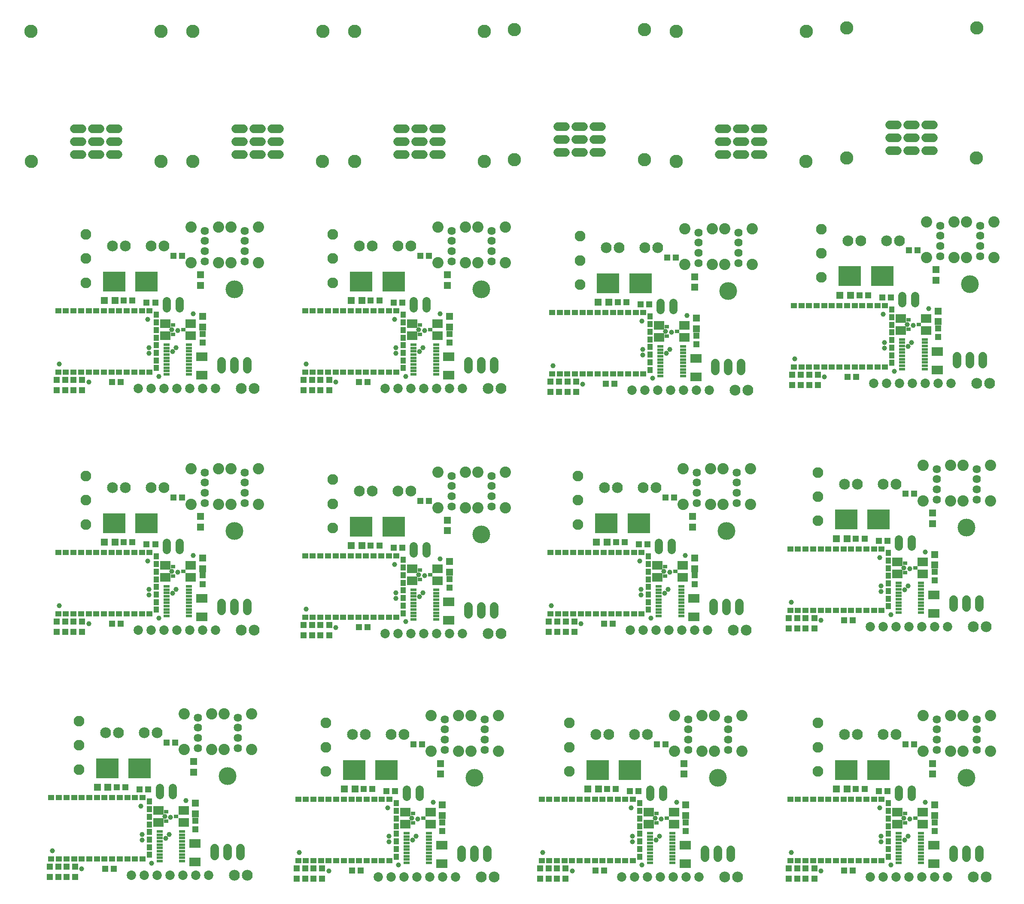
<source format=gts>
G75*
G70*
%OFA0B0*%
%FSLAX24Y24*%
%IPPOS*%
%LPD*%
G04 *
G04 macro definitions for tiled file 'solderStiched.GTS':*
G04 *
%AMOC8*
5,1,8,0,0,1.08239X$1,22.5*
%
G04 *
G04 aperture list for tiled file 'solderStiched.GTS':*
G04 *
%ADD15R,0.0513X0.0474*%
%ADD26R,0.0907X0.0671*%
%ADD20R,0.0474X0.0198*%
%ADD28C,0.0390*%
%ADD25R,0.1749X0.1580*%
%ADD14R,0.0552X0.0552*%
%ADD13C,0.1380*%
%ADD16R,0.0474X0.0513*%
%ADD27C,0.0830*%
%ADD29C,0.1030*%
%ADD24R,0.0789X0.0690*%
%ADD18R,0.0474X0.0434*%
%ADD21C,0.0875*%
%ADD11C,0.0730*%
%ADD19C,0.0640*%
%ADD23R,0.0356X0.0316*%
%ADD12C,0.0680*%
%ADD10C,0.0840*%
%ADD17R,0.0434X0.0474*%
G04 *
G04 next data from source file './adknbcopyanothercopy/top_soldermask.GTS', *
G04 source file key is 'infile_0003'. *
G04 *
D10*
X055365Y004940D03*
X056365Y004940D03*
X049365Y016020D03*
X048365Y016020D03*
X046365Y016020D03*
X045365Y016020D03*
D11*
X047365Y004940D03*
X048365Y004940D03*
X049365Y004940D03*
X050365Y004940D03*
X051365Y004940D03*
X052365Y004940D03*
X053365Y004940D03*
D12*
X053845Y006450D02*
X053845Y007050D01*
X054845Y007050D02*
X054845Y006450D01*
X055845Y006450D02*
X055845Y007050D01*
D13*
X054845Y012650D03*
D14*
X052215Y012937D03*
X052215Y013763D03*
X052355Y010553D03*
X052355Y009727D03*
X045558Y011790D03*
X044732Y011790D03*
D15*
X052355Y009195D03*
X052355Y008525D03*
D16*
X041030Y004800D03*
X041700Y004800D03*
X042350Y004800D03*
X043020Y004800D03*
X043020Y005610D03*
X042350Y005610D03*
X041700Y005610D03*
X041030Y005610D03*
X045340Y005450D03*
X046010Y005450D03*
X048020Y011600D03*
X048690Y011600D03*
X046920Y011790D03*
X046250Y011790D03*
X050110Y015260D03*
X050780Y015260D03*
D17*
X048773Y010665D03*
X048773Y010074D03*
X048773Y009484D03*
X048773Y008893D03*
X048773Y008303D03*
X048773Y007712D03*
X048773Y007121D03*
X048773Y006531D03*
D18*
X048246Y006208D03*
X047655Y006208D03*
X047064Y006208D03*
X046474Y006208D03*
X045883Y006208D03*
X045293Y006208D03*
X044702Y006208D03*
X044112Y006208D03*
X043521Y006208D03*
X042931Y006208D03*
X042340Y006208D03*
X041749Y006208D03*
X041159Y006208D03*
X041159Y010972D03*
X041749Y010972D03*
X042340Y010972D03*
X042931Y010972D03*
X043521Y010972D03*
X044112Y010972D03*
X044702Y010972D03*
X045293Y010972D03*
X045883Y010972D03*
X046474Y010972D03*
X047064Y010972D03*
X047655Y010972D03*
X048246Y010972D03*
D19*
X049575Y011190D02*
X049575Y011750D01*
X050575Y011750D02*
X050575Y011190D01*
D20*
X051317Y008350D03*
X051317Y008094D03*
X051317Y007838D03*
X051317Y007582D03*
X051317Y007326D03*
X051317Y007070D03*
X051317Y006815D03*
X051317Y006559D03*
X051317Y006303D03*
X051317Y006047D03*
X049565Y006047D03*
X049565Y006303D03*
X049565Y006559D03*
X049565Y006815D03*
X049565Y007070D03*
X049565Y007326D03*
X049565Y007582D03*
X049565Y007838D03*
X049565Y008094D03*
X049565Y008350D03*
D21*
X051465Y014720D03*
X053605Y014720D03*
X054565Y014720D03*
X056705Y014720D03*
X056705Y017480D03*
X054565Y017480D03*
X053605Y017480D03*
X051465Y017480D03*
D19*
X052535Y017190D03*
X052535Y016400D03*
X052535Y015610D03*
X052535Y014820D03*
X055635Y014820D03*
X055635Y015610D03*
X055635Y016400D03*
X055635Y017190D03*
D23*
X050071Y009884D03*
X050071Y009136D03*
X050859Y009510D03*
D24*
X051445Y009047D03*
X051445Y009973D03*
X049465Y009973D03*
X049465Y009047D03*
D25*
X048017Y013260D03*
X045505Y013260D03*
D26*
X052315Y007399D03*
X052315Y005981D03*
D27*
X043315Y013160D03*
X043315Y015030D03*
X043315Y016900D03*
D28*
X048115Y010320D03*
X049975Y009510D03*
X050425Y009450D03*
X050305Y008100D03*
X050035Y007800D03*
X048205Y007680D03*
X048205Y008100D03*
X048955Y005880D03*
X043525Y005430D03*
X041245Y006840D03*
X051625Y010740D03*
G04 *
G04 next data from source file './adknbcopy3rdcopy/top_soldermask.GTS', *
G04 source file key is 'infile_0010'. *
G04 *
D10*
X074670Y004940D03*
X075670Y004940D03*
X068670Y016020D03*
X067670Y016020D03*
X065670Y016020D03*
X064670Y016020D03*
D11*
X066670Y004940D03*
X067670Y004940D03*
X068670Y004940D03*
X069670Y004940D03*
X070670Y004940D03*
X071670Y004940D03*
X072670Y004940D03*
D12*
X073150Y006450D02*
X073150Y007050D01*
X074150Y007050D02*
X074150Y006450D01*
X075150Y006450D02*
X075150Y007050D01*
D13*
X074150Y012650D03*
D14*
X071520Y012937D03*
X071520Y013763D03*
X071660Y010553D03*
X071660Y009727D03*
X064863Y011790D03*
X064037Y011790D03*
D15*
X071660Y009195D03*
X071660Y008525D03*
D16*
X060335Y004800D03*
X061005Y004800D03*
X061655Y004800D03*
X062325Y004800D03*
X062325Y005610D03*
X061655Y005610D03*
X061005Y005610D03*
X060335Y005610D03*
X064645Y005450D03*
X065315Y005450D03*
X067325Y011600D03*
X067995Y011600D03*
X066225Y011790D03*
X065555Y011790D03*
X069415Y015260D03*
X070085Y015260D03*
D17*
X068078Y010665D03*
X068078Y010074D03*
X068078Y009484D03*
X068078Y008893D03*
X068078Y008303D03*
X068078Y007712D03*
X068078Y007121D03*
X068078Y006531D03*
D18*
X067551Y006208D03*
X066960Y006208D03*
X066369Y006208D03*
X065779Y006208D03*
X065188Y006208D03*
X064598Y006208D03*
X064007Y006208D03*
X063417Y006208D03*
X062826Y006208D03*
X062236Y006208D03*
X061645Y006208D03*
X061054Y006208D03*
X060464Y006208D03*
X060464Y010972D03*
X061054Y010972D03*
X061645Y010972D03*
X062236Y010972D03*
X062826Y010972D03*
X063417Y010972D03*
X064007Y010972D03*
X064598Y010972D03*
X065188Y010972D03*
X065779Y010972D03*
X066369Y010972D03*
X066960Y010972D03*
X067551Y010972D03*
D19*
X068880Y011190D02*
X068880Y011750D01*
X069880Y011750D02*
X069880Y011190D01*
D20*
X070622Y008350D03*
X070622Y008094D03*
X070622Y007838D03*
X070622Y007582D03*
X070622Y007326D03*
X070622Y007070D03*
X070622Y006815D03*
X070622Y006559D03*
X070622Y006303D03*
X070622Y006047D03*
X068870Y006047D03*
X068870Y006303D03*
X068870Y006559D03*
X068870Y006815D03*
X068870Y007070D03*
X068870Y007326D03*
X068870Y007582D03*
X068870Y007838D03*
X068870Y008094D03*
X068870Y008350D03*
D21*
X070770Y014720D03*
X072910Y014720D03*
X073870Y014720D03*
X076010Y014720D03*
X076010Y017480D03*
X073870Y017480D03*
X072910Y017480D03*
X070770Y017480D03*
D19*
X071840Y017190D03*
X071840Y016400D03*
X071840Y015610D03*
X071840Y014820D03*
X074940Y014820D03*
X074940Y015610D03*
X074940Y016400D03*
X074940Y017190D03*
D23*
X069376Y009884D03*
X069376Y009136D03*
X070164Y009510D03*
D24*
X070750Y009047D03*
X070750Y009973D03*
X068770Y009973D03*
X068770Y009047D03*
D25*
X067322Y013260D03*
X064810Y013260D03*
D26*
X071620Y007399D03*
X071620Y005981D03*
D27*
X062620Y013160D03*
X062620Y015030D03*
X062620Y016900D03*
D28*
X067420Y010320D03*
X069280Y009510D03*
X069730Y009450D03*
X069610Y008100D03*
X069340Y007800D03*
X067510Y007680D03*
X067510Y008100D03*
X068260Y005880D03*
X062830Y005430D03*
X060550Y006840D03*
X070930Y010740D03*
G04 *
G04 next data from source file './magencodercopy3rdcopy/top_soldermask.GTS', *
G04 source file key is 'infile_0008'. *
G04 *
D29*
X026635Y060524D03*
X036706Y060525D03*
X036722Y070601D03*
X026625Y070611D03*
D12*
X029977Y063064D02*
X030577Y063064D01*
X031377Y063064D02*
X031977Y063064D01*
X032777Y063064D02*
X033377Y063064D01*
X033377Y062064D02*
X032777Y062064D01*
X031977Y062064D02*
X031377Y062064D01*
X030577Y062064D02*
X029977Y062064D01*
X029977Y061064D02*
X030577Y061064D01*
X031377Y061064D02*
X031977Y061064D01*
X032777Y061064D02*
X033377Y061064D01*
G04 *
G04 next data from source file './adknbanothercopy/top_soldermask.GTS', *
G04 source file key is 'infile_0007'. *
G04 *
D10*
X074670Y024380D03*
X075670Y024380D03*
X068670Y035460D03*
X067670Y035460D03*
X065670Y035460D03*
X064670Y035460D03*
D11*
X066670Y024380D03*
X067670Y024380D03*
X068670Y024380D03*
X069670Y024380D03*
X070670Y024380D03*
X071670Y024380D03*
X072670Y024380D03*
D12*
X073150Y025890D02*
X073150Y026490D01*
X074150Y026490D02*
X074150Y025890D01*
X075150Y025890D02*
X075150Y026490D01*
D13*
X074150Y032090D03*
D14*
X071520Y032377D03*
X071520Y033203D03*
X071660Y029993D03*
X071660Y029167D03*
X064863Y031230D03*
X064037Y031230D03*
D15*
X071660Y028635D03*
X071660Y027965D03*
D16*
X060335Y024240D03*
X061005Y024240D03*
X061655Y024240D03*
X062325Y024240D03*
X062325Y025050D03*
X061655Y025050D03*
X061005Y025050D03*
X060335Y025050D03*
X064645Y024890D03*
X065315Y024890D03*
X067325Y031040D03*
X067995Y031040D03*
X066225Y031230D03*
X065555Y031230D03*
X069415Y034700D03*
X070085Y034700D03*
D17*
X068078Y030105D03*
X068078Y029514D03*
X068078Y028924D03*
X068078Y028333D03*
X068078Y027743D03*
X068078Y027152D03*
X068078Y026561D03*
X068078Y025971D03*
D18*
X067551Y025648D03*
X066960Y025648D03*
X066369Y025648D03*
X065779Y025648D03*
X065188Y025648D03*
X064598Y025648D03*
X064007Y025648D03*
X063417Y025648D03*
X062826Y025648D03*
X062236Y025648D03*
X061645Y025648D03*
X061054Y025648D03*
X060464Y025648D03*
X060464Y030412D03*
X061054Y030412D03*
X061645Y030412D03*
X062236Y030412D03*
X062826Y030412D03*
X063417Y030412D03*
X064007Y030412D03*
X064598Y030412D03*
X065188Y030412D03*
X065779Y030412D03*
X066369Y030412D03*
X066960Y030412D03*
X067551Y030412D03*
D19*
X068880Y030630D02*
X068880Y031190D01*
X069880Y031190D02*
X069880Y030630D01*
D20*
X070622Y027790D03*
X070622Y027534D03*
X070622Y027278D03*
X070622Y027022D03*
X070622Y026766D03*
X070622Y026510D03*
X070622Y026255D03*
X070622Y025999D03*
X070622Y025743D03*
X070622Y025487D03*
X068870Y025487D03*
X068870Y025743D03*
X068870Y025999D03*
X068870Y026255D03*
X068870Y026510D03*
X068870Y026766D03*
X068870Y027022D03*
X068870Y027278D03*
X068870Y027534D03*
X068870Y027790D03*
D21*
X070770Y034160D03*
X072910Y034160D03*
X073870Y034160D03*
X076010Y034160D03*
X076010Y036920D03*
X073870Y036920D03*
X072910Y036920D03*
X070770Y036920D03*
D19*
X071840Y036630D03*
X071840Y035840D03*
X071840Y035050D03*
X071840Y034260D03*
X074940Y034260D03*
X074940Y035050D03*
X074940Y035840D03*
X074940Y036630D03*
D23*
X069376Y029324D03*
X069376Y028576D03*
X070164Y028950D03*
D24*
X070750Y028487D03*
X070750Y029413D03*
X068770Y029413D03*
X068770Y028487D03*
D25*
X067322Y032700D03*
X064810Y032700D03*
D26*
X071620Y026839D03*
X071620Y025421D03*
D27*
X062620Y032600D03*
X062620Y034470D03*
X062620Y036340D03*
D28*
X067420Y029760D03*
X069280Y028950D03*
X069730Y028890D03*
X069610Y027540D03*
X069340Y027240D03*
X067510Y027120D03*
X067510Y027540D03*
X068260Y025320D03*
X062830Y024870D03*
X060550Y026280D03*
X070930Y030180D03*
G04 *
G04 next data from source file './magencodercopyanothercopy/top_soldermask.GTS', *
G04 source file key is 'infile_0017'. *
G04 *
D29*
X001525Y060524D03*
X011596Y060525D03*
X011612Y070601D03*
X001515Y070611D03*
D12*
X004867Y063064D02*
X005467Y063064D01*
X006267Y063064D02*
X006867Y063064D01*
X007667Y063064D02*
X008267Y063064D01*
X008267Y062064D02*
X007667Y062064D01*
X006867Y062064D02*
X006267Y062064D01*
X005467Y062064D02*
X004867Y062064D01*
X004867Y061064D02*
X005467Y061064D01*
X006267Y061064D02*
X006867Y061064D01*
X007667Y061064D02*
X008267Y061064D01*
G04 *
G04 next data from source file './adknb/top_soldermask.GTS', *
G04 source file key is 'infile_0004'. *
G04 *
D10*
X036465Y004940D03*
X037465Y004940D03*
X030465Y016020D03*
X029465Y016020D03*
X027465Y016020D03*
X026465Y016020D03*
D11*
X028465Y004940D03*
X029465Y004940D03*
X030465Y004940D03*
X031465Y004940D03*
X032465Y004940D03*
X033465Y004940D03*
X034465Y004940D03*
D12*
X034945Y006450D02*
X034945Y007050D01*
X035945Y007050D02*
X035945Y006450D01*
X036945Y006450D02*
X036945Y007050D01*
D13*
X035945Y012650D03*
D14*
X033315Y012937D03*
X033315Y013763D03*
X033455Y010553D03*
X033455Y009727D03*
X026658Y011790D03*
X025832Y011790D03*
D15*
X033455Y009195D03*
X033455Y008525D03*
D16*
X022130Y004800D03*
X022800Y004800D03*
X023450Y004800D03*
X024120Y004800D03*
X024120Y005610D03*
X023450Y005610D03*
X022800Y005610D03*
X022130Y005610D03*
X026440Y005450D03*
X027110Y005450D03*
X029120Y011600D03*
X029790Y011600D03*
X028020Y011790D03*
X027350Y011790D03*
X031210Y015260D03*
X031880Y015260D03*
D17*
X029873Y010665D03*
X029873Y010074D03*
X029873Y009484D03*
X029873Y008893D03*
X029873Y008303D03*
X029873Y007712D03*
X029873Y007121D03*
X029873Y006531D03*
D18*
X029346Y006208D03*
X028755Y006208D03*
X028164Y006208D03*
X027574Y006208D03*
X026983Y006208D03*
X026393Y006208D03*
X025802Y006208D03*
X025212Y006208D03*
X024621Y006208D03*
X024031Y006208D03*
X023440Y006208D03*
X022849Y006208D03*
X022259Y006208D03*
X022259Y010972D03*
X022849Y010972D03*
X023440Y010972D03*
X024031Y010972D03*
X024621Y010972D03*
X025212Y010972D03*
X025802Y010972D03*
X026393Y010972D03*
X026983Y010972D03*
X027574Y010972D03*
X028164Y010972D03*
X028755Y010972D03*
X029346Y010972D03*
D19*
X030675Y011190D02*
X030675Y011750D01*
X031675Y011750D02*
X031675Y011190D01*
D20*
X032417Y008350D03*
X032417Y008094D03*
X032417Y007838D03*
X032417Y007582D03*
X032417Y007326D03*
X032417Y007070D03*
X032417Y006815D03*
X032417Y006559D03*
X032417Y006303D03*
X032417Y006047D03*
X030665Y006047D03*
X030665Y006303D03*
X030665Y006559D03*
X030665Y006815D03*
X030665Y007070D03*
X030665Y007326D03*
X030665Y007582D03*
X030665Y007838D03*
X030665Y008094D03*
X030665Y008350D03*
D21*
X032565Y014720D03*
X034705Y014720D03*
X035665Y014720D03*
X037805Y014720D03*
X037805Y017480D03*
X035665Y017480D03*
X034705Y017480D03*
X032565Y017480D03*
D19*
X033635Y017190D03*
X033635Y016400D03*
X033635Y015610D03*
X033635Y014820D03*
X036735Y014820D03*
X036735Y015610D03*
X036735Y016400D03*
X036735Y017190D03*
D23*
X031171Y009884D03*
X031171Y009136D03*
X031959Y009510D03*
D24*
X032545Y009047D03*
X032545Y009973D03*
X030565Y009973D03*
X030565Y009047D03*
D25*
X029117Y013260D03*
X026605Y013260D03*
D26*
X033415Y007399D03*
X033415Y005981D03*
D27*
X024415Y013160D03*
X024415Y015030D03*
X024415Y016900D03*
D28*
X029215Y010320D03*
X031075Y009510D03*
X031525Y009450D03*
X031405Y008100D03*
X031135Y007800D03*
X029305Y007680D03*
X029305Y008100D03*
X030055Y005880D03*
X024625Y005430D03*
X022345Y006840D03*
X032725Y010740D03*
G04 *
G04 next data from source file './adknbanothercopy3rdcopy/top_soldermask.GTS', *
G04 source file key is 'infile_0018'. *
G04 *
D10*
X037005Y042875D03*
X038005Y042875D03*
X031005Y053955D03*
X030005Y053955D03*
X028005Y053955D03*
X027005Y053955D03*
D11*
X029005Y042875D03*
X030005Y042875D03*
X031005Y042875D03*
X032005Y042875D03*
X033005Y042875D03*
X034005Y042875D03*
X035005Y042875D03*
D12*
X035485Y044385D02*
X035485Y044985D01*
X036485Y044985D02*
X036485Y044385D01*
X037485Y044385D02*
X037485Y044985D01*
D13*
X036485Y050585D03*
D14*
X033855Y050872D03*
X033855Y051698D03*
X033995Y048488D03*
X033995Y047662D03*
X027198Y049725D03*
X026372Y049725D03*
D15*
X033995Y047130D03*
X033995Y046460D03*
D16*
X022670Y042735D03*
X023340Y042735D03*
X023990Y042735D03*
X024660Y042735D03*
X024660Y043545D03*
X023990Y043545D03*
X023340Y043545D03*
X022670Y043545D03*
X026980Y043385D03*
X027650Y043385D03*
X029660Y049535D03*
X030330Y049535D03*
X028560Y049725D03*
X027890Y049725D03*
X031750Y053195D03*
X032420Y053195D03*
D17*
X030413Y048600D03*
X030413Y048009D03*
X030413Y047419D03*
X030413Y046828D03*
X030413Y046238D03*
X030413Y045647D03*
X030413Y045056D03*
X030413Y044466D03*
D18*
X029886Y044143D03*
X029295Y044143D03*
X028704Y044143D03*
X028114Y044143D03*
X027523Y044143D03*
X026933Y044143D03*
X026342Y044143D03*
X025752Y044143D03*
X025161Y044143D03*
X024571Y044143D03*
X023980Y044143D03*
X023389Y044143D03*
X022799Y044143D03*
X022799Y048907D03*
X023389Y048907D03*
X023980Y048907D03*
X024571Y048907D03*
X025161Y048907D03*
X025752Y048907D03*
X026342Y048907D03*
X026933Y048907D03*
X027523Y048907D03*
X028114Y048907D03*
X028704Y048907D03*
X029295Y048907D03*
X029886Y048907D03*
D19*
X031215Y049125D02*
X031215Y049685D01*
X032215Y049685D02*
X032215Y049125D01*
D20*
X032957Y046285D03*
X032957Y046029D03*
X032957Y045773D03*
X032957Y045517D03*
X032957Y045261D03*
X032957Y045005D03*
X032957Y044750D03*
X032957Y044494D03*
X032957Y044238D03*
X032957Y043982D03*
X031205Y043982D03*
X031205Y044238D03*
X031205Y044494D03*
X031205Y044750D03*
X031205Y045005D03*
X031205Y045261D03*
X031205Y045517D03*
X031205Y045773D03*
X031205Y046029D03*
X031205Y046285D03*
D21*
X033105Y052655D03*
X035245Y052655D03*
X036205Y052655D03*
X038345Y052655D03*
X038345Y055415D03*
X036205Y055415D03*
X035245Y055415D03*
X033105Y055415D03*
D19*
X034175Y055125D03*
X034175Y054335D03*
X034175Y053545D03*
X034175Y052755D03*
X037275Y052755D03*
X037275Y053545D03*
X037275Y054335D03*
X037275Y055125D03*
D23*
X031711Y047819D03*
X031711Y047071D03*
X032499Y047445D03*
D24*
X033085Y046982D03*
X033085Y047908D03*
X031105Y047908D03*
X031105Y046982D03*
D25*
X029657Y051195D03*
X027145Y051195D03*
D26*
X033955Y045334D03*
X033955Y043916D03*
D27*
X024955Y051095D03*
X024955Y052965D03*
X024955Y054835D03*
D28*
X029755Y048255D03*
X031615Y047445D03*
X032065Y047385D03*
X031945Y046035D03*
X031675Y045735D03*
X029845Y045615D03*
X029845Y046035D03*
X030595Y043815D03*
X025165Y043365D03*
X022885Y044775D03*
X033265Y048675D03*
G04 *
G04 next data from source file './adknbcopycopy/top_soldermask.GTS', *
G04 source file key is 'infile_0012'. *
G04 *
D10*
X017835Y024110D03*
X018835Y024110D03*
X011835Y035190D03*
X010835Y035190D03*
X008835Y035190D03*
X007835Y035190D03*
D11*
X009835Y024110D03*
X010835Y024110D03*
X011835Y024110D03*
X012835Y024110D03*
X013835Y024110D03*
X014835Y024110D03*
X015835Y024110D03*
D12*
X016315Y025620D02*
X016315Y026220D01*
X017315Y026220D02*
X017315Y025620D01*
X018315Y025620D02*
X018315Y026220D01*
D13*
X017315Y031820D03*
D14*
X014685Y032107D03*
X014685Y032933D03*
X014825Y029723D03*
X014825Y028897D03*
X008028Y030960D03*
X007202Y030960D03*
D15*
X014825Y028365D03*
X014825Y027695D03*
D16*
X003500Y023970D03*
X004170Y023970D03*
X004820Y023970D03*
X005490Y023970D03*
X005490Y024780D03*
X004820Y024780D03*
X004170Y024780D03*
X003500Y024780D03*
X007810Y024620D03*
X008480Y024620D03*
X010490Y030770D03*
X011160Y030770D03*
X009390Y030960D03*
X008720Y030960D03*
X012580Y034430D03*
X013250Y034430D03*
D17*
X011243Y029835D03*
X011243Y029244D03*
X011243Y028654D03*
X011243Y028063D03*
X011243Y027473D03*
X011243Y026882D03*
X011243Y026291D03*
X011243Y025701D03*
D18*
X010716Y025378D03*
X010125Y025378D03*
X009534Y025378D03*
X008944Y025378D03*
X008353Y025378D03*
X007763Y025378D03*
X007172Y025378D03*
X006582Y025378D03*
X005991Y025378D03*
X005401Y025378D03*
X004810Y025378D03*
X004219Y025378D03*
X003629Y025378D03*
X003629Y030142D03*
X004219Y030142D03*
X004810Y030142D03*
X005401Y030142D03*
X005991Y030142D03*
X006582Y030142D03*
X007172Y030142D03*
X007763Y030142D03*
X008353Y030142D03*
X008944Y030142D03*
X009534Y030142D03*
X010125Y030142D03*
X010716Y030142D03*
D19*
X012045Y030360D02*
X012045Y030920D01*
X013045Y030920D02*
X013045Y030360D01*
D20*
X013787Y027520D03*
X013787Y027264D03*
X013787Y027008D03*
X013787Y026752D03*
X013787Y026496D03*
X013787Y026240D03*
X013787Y025985D03*
X013787Y025729D03*
X013787Y025473D03*
X013787Y025217D03*
X012035Y025217D03*
X012035Y025473D03*
X012035Y025729D03*
X012035Y025985D03*
X012035Y026240D03*
X012035Y026496D03*
X012035Y026752D03*
X012035Y027008D03*
X012035Y027264D03*
X012035Y027520D03*
D21*
X013935Y033890D03*
X016075Y033890D03*
X017035Y033890D03*
X019175Y033890D03*
X019175Y036650D03*
X017035Y036650D03*
X016075Y036650D03*
X013935Y036650D03*
D19*
X015005Y036360D03*
X015005Y035570D03*
X015005Y034780D03*
X015005Y033990D03*
X018105Y033990D03*
X018105Y034780D03*
X018105Y035570D03*
X018105Y036360D03*
D23*
X012541Y029054D03*
X012541Y028306D03*
X013329Y028680D03*
D24*
X013915Y028217D03*
X013915Y029143D03*
X011935Y029143D03*
X011935Y028217D03*
D25*
X010487Y032430D03*
X007975Y032430D03*
D26*
X014785Y026569D03*
X014785Y025151D03*
D27*
X005785Y032330D03*
X005785Y034200D03*
X005785Y036070D03*
D28*
X010585Y029490D03*
X012445Y028680D03*
X012895Y028620D03*
X012775Y027270D03*
X012505Y026970D03*
X010675Y026850D03*
X010675Y027270D03*
X011425Y025050D03*
X005995Y024600D03*
X003715Y026010D03*
X014095Y029910D03*
G04 *
G04 next data from source file './magencodercopy/top_soldermask.GTS', *
G04 source file key is 'infile_0002'. *
G04 *
D29*
X039055Y060659D03*
X049126Y060660D03*
X049142Y070736D03*
X039045Y070746D03*
D12*
X042397Y063199D02*
X042997Y063199D01*
X043797Y063199D02*
X044397Y063199D01*
X045197Y063199D02*
X045797Y063199D01*
X045797Y062199D02*
X045197Y062199D01*
X044397Y062199D02*
X043797Y062199D01*
X042997Y062199D02*
X042397Y062199D01*
X042397Y061199D02*
X042997Y061199D01*
X043797Y061199D02*
X044397Y061199D01*
X045197Y061199D02*
X045797Y061199D01*
G04 *
G04 next data from source file './adknbanothercopyanothercopy/top_soldermask.GTS', *
G04 source file key is 'infile_0013'. *
G04 *
D10*
X037005Y023840D03*
X038005Y023840D03*
X031005Y034920D03*
X030005Y034920D03*
X028005Y034920D03*
X027005Y034920D03*
D11*
X029005Y023840D03*
X030005Y023840D03*
X031005Y023840D03*
X032005Y023840D03*
X033005Y023840D03*
X034005Y023840D03*
X035005Y023840D03*
D12*
X035485Y025350D02*
X035485Y025950D01*
X036485Y025950D02*
X036485Y025350D01*
X037485Y025350D02*
X037485Y025950D01*
D13*
X036485Y031550D03*
D14*
X033855Y031837D03*
X033855Y032663D03*
X033995Y029453D03*
X033995Y028627D03*
X027198Y030690D03*
X026372Y030690D03*
D15*
X033995Y028095D03*
X033995Y027425D03*
D16*
X022670Y023700D03*
X023340Y023700D03*
X023990Y023700D03*
X024660Y023700D03*
X024660Y024510D03*
X023990Y024510D03*
X023340Y024510D03*
X022670Y024510D03*
X026980Y024350D03*
X027650Y024350D03*
X029660Y030500D03*
X030330Y030500D03*
X028560Y030690D03*
X027890Y030690D03*
X031750Y034160D03*
X032420Y034160D03*
D17*
X030413Y029565D03*
X030413Y028974D03*
X030413Y028384D03*
X030413Y027793D03*
X030413Y027203D03*
X030413Y026612D03*
X030413Y026021D03*
X030413Y025431D03*
D18*
X029886Y025108D03*
X029295Y025108D03*
X028704Y025108D03*
X028114Y025108D03*
X027523Y025108D03*
X026933Y025108D03*
X026342Y025108D03*
X025752Y025108D03*
X025161Y025108D03*
X024571Y025108D03*
X023980Y025108D03*
X023389Y025108D03*
X022799Y025108D03*
X022799Y029872D03*
X023389Y029872D03*
X023980Y029872D03*
X024571Y029872D03*
X025161Y029872D03*
X025752Y029872D03*
X026342Y029872D03*
X026933Y029872D03*
X027523Y029872D03*
X028114Y029872D03*
X028704Y029872D03*
X029295Y029872D03*
X029886Y029872D03*
D19*
X031215Y030090D02*
X031215Y030650D01*
X032215Y030650D02*
X032215Y030090D01*
D20*
X032957Y027250D03*
X032957Y026994D03*
X032957Y026738D03*
X032957Y026482D03*
X032957Y026226D03*
X032957Y025970D03*
X032957Y025715D03*
X032957Y025459D03*
X032957Y025203D03*
X032957Y024947D03*
X031205Y024947D03*
X031205Y025203D03*
X031205Y025459D03*
X031205Y025715D03*
X031205Y025970D03*
X031205Y026226D03*
X031205Y026482D03*
X031205Y026738D03*
X031205Y026994D03*
X031205Y027250D03*
D21*
X033105Y033620D03*
X035245Y033620D03*
X036205Y033620D03*
X038345Y033620D03*
X038345Y036380D03*
X036205Y036380D03*
X035245Y036380D03*
X033105Y036380D03*
D19*
X034175Y036090D03*
X034175Y035300D03*
X034175Y034510D03*
X034175Y033720D03*
X037275Y033720D03*
X037275Y034510D03*
X037275Y035300D03*
X037275Y036090D03*
D23*
X031711Y028784D03*
X031711Y028036D03*
X032499Y028410D03*
D24*
X033085Y027947D03*
X033085Y028873D03*
X031105Y028873D03*
X031105Y027947D03*
D25*
X029657Y032160D03*
X027145Y032160D03*
D26*
X033955Y026299D03*
X033955Y024881D03*
D27*
X024955Y032060D03*
X024955Y033930D03*
X024955Y035800D03*
D28*
X029755Y029220D03*
X031615Y028410D03*
X032065Y028350D03*
X031945Y027000D03*
X031675Y026700D03*
X029845Y026580D03*
X029845Y027000D03*
X030595Y024780D03*
X025165Y024330D03*
X022885Y025740D03*
X033265Y029640D03*
G04 *
G04 next data from source file './adknb4thcopy3rdcopy/top_soldermask.GTS', *
G04 source file key is 'infile_0005'. *
G04 *
D10*
X017295Y005075D03*
X018295Y005075D03*
X011295Y016155D03*
X010295Y016155D03*
X008295Y016155D03*
X007295Y016155D03*
D11*
X009295Y005075D03*
X010295Y005075D03*
X011295Y005075D03*
X012295Y005075D03*
X013295Y005075D03*
X014295Y005075D03*
X015295Y005075D03*
D12*
X015775Y006585D02*
X015775Y007185D01*
X016775Y007185D02*
X016775Y006585D01*
X017775Y006585D02*
X017775Y007185D01*
D13*
X016775Y012785D03*
D14*
X014145Y013072D03*
X014145Y013898D03*
X014285Y010688D03*
X014285Y009862D03*
X007488Y011925D03*
X006662Y011925D03*
D15*
X014285Y009330D03*
X014285Y008660D03*
D16*
X002960Y004935D03*
X003630Y004935D03*
X004280Y004935D03*
X004950Y004935D03*
X004950Y005745D03*
X004280Y005745D03*
X003630Y005745D03*
X002960Y005745D03*
X007270Y005585D03*
X007940Y005585D03*
X009950Y011735D03*
X010620Y011735D03*
X008850Y011925D03*
X008180Y011925D03*
X012040Y015395D03*
X012710Y015395D03*
D17*
X010703Y010800D03*
X010703Y010209D03*
X010703Y009619D03*
X010703Y009028D03*
X010703Y008438D03*
X010703Y007847D03*
X010703Y007256D03*
X010703Y006666D03*
D18*
X010176Y006343D03*
X009585Y006343D03*
X008994Y006343D03*
X008404Y006343D03*
X007813Y006343D03*
X007223Y006343D03*
X006632Y006343D03*
X006042Y006343D03*
X005451Y006343D03*
X004861Y006343D03*
X004270Y006343D03*
X003679Y006343D03*
X003089Y006343D03*
X003089Y011107D03*
X003679Y011107D03*
X004270Y011107D03*
X004861Y011107D03*
X005451Y011107D03*
X006042Y011107D03*
X006632Y011107D03*
X007223Y011107D03*
X007813Y011107D03*
X008404Y011107D03*
X008994Y011107D03*
X009585Y011107D03*
X010176Y011107D03*
D19*
X011505Y011325D02*
X011505Y011885D01*
X012505Y011885D02*
X012505Y011325D01*
D20*
X013247Y008485D03*
X013247Y008229D03*
X013247Y007973D03*
X013247Y007717D03*
X013247Y007461D03*
X013247Y007205D03*
X013247Y006950D03*
X013247Y006694D03*
X013247Y006438D03*
X013247Y006182D03*
X011495Y006182D03*
X011495Y006438D03*
X011495Y006694D03*
X011495Y006950D03*
X011495Y007205D03*
X011495Y007461D03*
X011495Y007717D03*
X011495Y007973D03*
X011495Y008229D03*
X011495Y008485D03*
D21*
X013395Y014855D03*
X015535Y014855D03*
X016495Y014855D03*
X018635Y014855D03*
X018635Y017615D03*
X016495Y017615D03*
X015535Y017615D03*
X013395Y017615D03*
D19*
X014465Y017325D03*
X014465Y016535D03*
X014465Y015745D03*
X014465Y014955D03*
X017565Y014955D03*
X017565Y015745D03*
X017565Y016535D03*
X017565Y017325D03*
D23*
X012001Y010019D03*
X012001Y009271D03*
X012789Y009645D03*
D24*
X013375Y009182D03*
X013375Y010108D03*
X011395Y010108D03*
X011395Y009182D03*
D25*
X009947Y013395D03*
X007435Y013395D03*
D26*
X014245Y007534D03*
X014245Y006116D03*
D27*
X005245Y013295D03*
X005245Y015165D03*
X005245Y017035D03*
D28*
X010045Y010455D03*
X011905Y009645D03*
X012355Y009585D03*
X012235Y008235D03*
X011965Y007935D03*
X010135Y007815D03*
X010135Y008235D03*
X010885Y006015D03*
X005455Y005565D03*
X003175Y006975D03*
X013555Y010875D03*
G04 *
G04 next data from source file './adknb4thcopyanothercopy/top_soldermask.GTS', *
G04 source file key is 'infile_0016'. *
G04 *
D10*
X056040Y024110D03*
X057040Y024110D03*
X050040Y035190D03*
X049040Y035190D03*
X047040Y035190D03*
X046040Y035190D03*
D11*
X048040Y024110D03*
X049040Y024110D03*
X050040Y024110D03*
X051040Y024110D03*
X052040Y024110D03*
X053040Y024110D03*
X054040Y024110D03*
D12*
X054520Y025620D02*
X054520Y026220D01*
X055520Y026220D02*
X055520Y025620D01*
X056520Y025620D02*
X056520Y026220D01*
D13*
X055520Y031820D03*
D14*
X052890Y032107D03*
X052890Y032933D03*
X053030Y029723D03*
X053030Y028897D03*
X046233Y030960D03*
X045407Y030960D03*
D15*
X053030Y028365D03*
X053030Y027695D03*
D16*
X041705Y023970D03*
X042375Y023970D03*
X043025Y023970D03*
X043695Y023970D03*
X043695Y024780D03*
X043025Y024780D03*
X042375Y024780D03*
X041705Y024780D03*
X046015Y024620D03*
X046685Y024620D03*
X048695Y030770D03*
X049365Y030770D03*
X047595Y030960D03*
X046925Y030960D03*
X050785Y034430D03*
X051455Y034430D03*
D17*
X049448Y029835D03*
X049448Y029244D03*
X049448Y028654D03*
X049448Y028063D03*
X049448Y027473D03*
X049448Y026882D03*
X049448Y026291D03*
X049448Y025701D03*
D18*
X048921Y025378D03*
X048330Y025378D03*
X047739Y025378D03*
X047149Y025378D03*
X046558Y025378D03*
X045968Y025378D03*
X045377Y025378D03*
X044787Y025378D03*
X044196Y025378D03*
X043606Y025378D03*
X043015Y025378D03*
X042424Y025378D03*
X041834Y025378D03*
X041834Y030142D03*
X042424Y030142D03*
X043015Y030142D03*
X043606Y030142D03*
X044196Y030142D03*
X044787Y030142D03*
X045377Y030142D03*
X045968Y030142D03*
X046558Y030142D03*
X047149Y030142D03*
X047739Y030142D03*
X048330Y030142D03*
X048921Y030142D03*
D19*
X050250Y030360D02*
X050250Y030920D01*
X051250Y030920D02*
X051250Y030360D01*
D20*
X051992Y027520D03*
X051992Y027264D03*
X051992Y027008D03*
X051992Y026752D03*
X051992Y026496D03*
X051992Y026240D03*
X051992Y025985D03*
X051992Y025729D03*
X051992Y025473D03*
X051992Y025217D03*
X050240Y025217D03*
X050240Y025473D03*
X050240Y025729D03*
X050240Y025985D03*
X050240Y026240D03*
X050240Y026496D03*
X050240Y026752D03*
X050240Y027008D03*
X050240Y027264D03*
X050240Y027520D03*
D21*
X052140Y033890D03*
X054280Y033890D03*
X055240Y033890D03*
X057380Y033890D03*
X057380Y036650D03*
X055240Y036650D03*
X054280Y036650D03*
X052140Y036650D03*
D19*
X053210Y036360D03*
X053210Y035570D03*
X053210Y034780D03*
X053210Y033990D03*
X056310Y033990D03*
X056310Y034780D03*
X056310Y035570D03*
X056310Y036360D03*
D23*
X050746Y029054D03*
X050746Y028306D03*
X051534Y028680D03*
D24*
X052120Y028217D03*
X052120Y029143D03*
X050140Y029143D03*
X050140Y028217D03*
D25*
X048692Y032430D03*
X046180Y032430D03*
D26*
X052990Y026569D03*
X052990Y025151D03*
D27*
X043990Y032330D03*
X043990Y034200D03*
X043990Y036070D03*
D28*
X048790Y029490D03*
X050650Y028680D03*
X051100Y028620D03*
X050980Y027270D03*
X050710Y026970D03*
X048880Y026850D03*
X048880Y027270D03*
X049630Y025050D03*
X044200Y024600D03*
X041920Y026010D03*
X052300Y029910D03*
G04 *
G04 next data from source file './magencoderanothercopy/top_soldermask.GTS', *
G04 source file key is 'infile_0011'. *
G04 *
D29*
X051610Y060524D03*
X061681Y060525D03*
X061697Y070601D03*
X051600Y070611D03*
D12*
X054952Y063064D02*
X055552Y063064D01*
X056352Y063064D02*
X056952Y063064D01*
X057752Y063064D02*
X058352Y063064D01*
X058352Y062064D02*
X057752Y062064D01*
X056952Y062064D02*
X056352Y062064D01*
X055552Y062064D02*
X054952Y062064D01*
X054952Y061064D02*
X055552Y061064D01*
X056352Y061064D02*
X056952Y061064D01*
X057752Y061064D02*
X058352Y061064D01*
G04 *
G04 next data from source file './adknbanothercopycopy/top_soldermask.GTS', *
G04 source file key is 'infile_0009'. *
G04 *
D10*
X056175Y042740D03*
X057175Y042740D03*
X050175Y053820D03*
X049175Y053820D03*
X047175Y053820D03*
X046175Y053820D03*
D11*
X048175Y042740D03*
X049175Y042740D03*
X050175Y042740D03*
X051175Y042740D03*
X052175Y042740D03*
X053175Y042740D03*
X054175Y042740D03*
D12*
X054655Y044250D02*
X054655Y044850D01*
X055655Y044850D02*
X055655Y044250D01*
X056655Y044250D02*
X056655Y044850D01*
D13*
X055655Y050450D03*
D14*
X053025Y050737D03*
X053025Y051563D03*
X053165Y048353D03*
X053165Y047527D03*
X046368Y049590D03*
X045542Y049590D03*
D15*
X053165Y046995D03*
X053165Y046325D03*
D16*
X041840Y042600D03*
X042510Y042600D03*
X043160Y042600D03*
X043830Y042600D03*
X043830Y043410D03*
X043160Y043410D03*
X042510Y043410D03*
X041840Y043410D03*
X046150Y043250D03*
X046820Y043250D03*
X048830Y049400D03*
X049500Y049400D03*
X047730Y049590D03*
X047060Y049590D03*
X050920Y053060D03*
X051590Y053060D03*
D17*
X049583Y048465D03*
X049583Y047874D03*
X049583Y047284D03*
X049583Y046693D03*
X049583Y046103D03*
X049583Y045512D03*
X049583Y044921D03*
X049583Y044331D03*
D18*
X049056Y044008D03*
X048465Y044008D03*
X047874Y044008D03*
X047284Y044008D03*
X046693Y044008D03*
X046103Y044008D03*
X045512Y044008D03*
X044922Y044008D03*
X044331Y044008D03*
X043741Y044008D03*
X043150Y044008D03*
X042559Y044008D03*
X041969Y044008D03*
X041969Y048772D03*
X042559Y048772D03*
X043150Y048772D03*
X043741Y048772D03*
X044331Y048772D03*
X044922Y048772D03*
X045512Y048772D03*
X046103Y048772D03*
X046693Y048772D03*
X047284Y048772D03*
X047874Y048772D03*
X048465Y048772D03*
X049056Y048772D03*
D19*
X050385Y048990D02*
X050385Y049550D01*
X051385Y049550D02*
X051385Y048990D01*
D20*
X052127Y046150D03*
X052127Y045894D03*
X052127Y045638D03*
X052127Y045382D03*
X052127Y045126D03*
X052127Y044870D03*
X052127Y044615D03*
X052127Y044359D03*
X052127Y044103D03*
X052127Y043847D03*
X050375Y043847D03*
X050375Y044103D03*
X050375Y044359D03*
X050375Y044615D03*
X050375Y044870D03*
X050375Y045126D03*
X050375Y045382D03*
X050375Y045638D03*
X050375Y045894D03*
X050375Y046150D03*
D21*
X052275Y052520D03*
X054415Y052520D03*
X055375Y052520D03*
X057515Y052520D03*
X057515Y055280D03*
X055375Y055280D03*
X054415Y055280D03*
X052275Y055280D03*
D19*
X053345Y054990D03*
X053345Y054200D03*
X053345Y053410D03*
X053345Y052620D03*
X056445Y052620D03*
X056445Y053410D03*
X056445Y054200D03*
X056445Y054990D03*
D23*
X050881Y047684D03*
X050881Y046936D03*
X051669Y047310D03*
D24*
X052255Y046847D03*
X052255Y047773D03*
X050275Y047773D03*
X050275Y046847D03*
D25*
X048827Y051060D03*
X046315Y051060D03*
D26*
X053125Y045199D03*
X053125Y043781D03*
D27*
X044125Y050960D03*
X044125Y052830D03*
X044125Y054700D03*
D28*
X048925Y048120D03*
X050785Y047310D03*
X051235Y047250D03*
X051115Y045900D03*
X050845Y045600D03*
X049015Y045480D03*
X049015Y045900D03*
X049765Y043680D03*
X044335Y043230D03*
X042055Y044640D03*
X052435Y048540D03*
G04 *
G04 next data from source file './magencodercopycopy/top_soldermask.GTS', *
G04 source file key is 'infile_0015'. *
G04 *
D29*
X014080Y060524D03*
X024151Y060525D03*
X024167Y070601D03*
X014070Y070611D03*
D12*
X017422Y063064D02*
X018022Y063064D01*
X018822Y063064D02*
X019422Y063064D01*
X020222Y063064D02*
X020822Y063064D01*
X020822Y062064D02*
X020222Y062064D01*
X019422Y062064D02*
X018822Y062064D01*
X018022Y062064D02*
X017422Y062064D01*
X017422Y061064D02*
X018022Y061064D01*
X018822Y061064D02*
X019422Y061064D01*
X020222Y061064D02*
X020822Y061064D01*
G04 *
G04 next data from source file './adknb4thcopycopy/top_soldermask.GTS', *
G04 source file key is 'infile_0006'. *
G04 *
D10*
X017835Y042875D03*
X018835Y042875D03*
X011835Y053955D03*
X010835Y053955D03*
X008835Y053955D03*
X007835Y053955D03*
D11*
X009835Y042875D03*
X010835Y042875D03*
X011835Y042875D03*
X012835Y042875D03*
X013835Y042875D03*
X014835Y042875D03*
X015835Y042875D03*
D12*
X016315Y044385D02*
X016315Y044985D01*
X017315Y044985D02*
X017315Y044385D01*
X018315Y044385D02*
X018315Y044985D01*
D13*
X017315Y050585D03*
D14*
X014685Y050872D03*
X014685Y051698D03*
X014825Y048488D03*
X014825Y047662D03*
X008028Y049725D03*
X007202Y049725D03*
D15*
X014825Y047130D03*
X014825Y046460D03*
D16*
X003500Y042735D03*
X004170Y042735D03*
X004820Y042735D03*
X005490Y042735D03*
X005490Y043545D03*
X004820Y043545D03*
X004170Y043545D03*
X003500Y043545D03*
X007810Y043385D03*
X008480Y043385D03*
X010490Y049535D03*
X011160Y049535D03*
X009390Y049725D03*
X008720Y049725D03*
X012580Y053195D03*
X013250Y053195D03*
D17*
X011243Y048600D03*
X011243Y048009D03*
X011243Y047419D03*
X011243Y046828D03*
X011243Y046238D03*
X011243Y045647D03*
X011243Y045056D03*
X011243Y044466D03*
D18*
X010716Y044143D03*
X010125Y044143D03*
X009534Y044143D03*
X008944Y044143D03*
X008353Y044143D03*
X007763Y044143D03*
X007172Y044143D03*
X006582Y044143D03*
X005991Y044143D03*
X005401Y044143D03*
X004810Y044143D03*
X004219Y044143D03*
X003629Y044143D03*
X003629Y048907D03*
X004219Y048907D03*
X004810Y048907D03*
X005401Y048907D03*
X005991Y048907D03*
X006582Y048907D03*
X007172Y048907D03*
X007763Y048907D03*
X008353Y048907D03*
X008944Y048907D03*
X009534Y048907D03*
X010125Y048907D03*
X010716Y048907D03*
D19*
X012045Y049125D02*
X012045Y049685D01*
X013045Y049685D02*
X013045Y049125D01*
D20*
X013787Y046285D03*
X013787Y046029D03*
X013787Y045773D03*
X013787Y045517D03*
X013787Y045261D03*
X013787Y045005D03*
X013787Y044750D03*
X013787Y044494D03*
X013787Y044238D03*
X013787Y043982D03*
X012035Y043982D03*
X012035Y044238D03*
X012035Y044494D03*
X012035Y044750D03*
X012035Y045005D03*
X012035Y045261D03*
X012035Y045517D03*
X012035Y045773D03*
X012035Y046029D03*
X012035Y046285D03*
D21*
X013935Y052655D03*
X016075Y052655D03*
X017035Y052655D03*
X019175Y052655D03*
X019175Y055415D03*
X017035Y055415D03*
X016075Y055415D03*
X013935Y055415D03*
D19*
X015005Y055125D03*
X015005Y054335D03*
X015005Y053545D03*
X015005Y052755D03*
X018105Y052755D03*
X018105Y053545D03*
X018105Y054335D03*
X018105Y055125D03*
D23*
X012541Y047819D03*
X012541Y047071D03*
X013329Y047445D03*
D24*
X013915Y046982D03*
X013915Y047908D03*
X011935Y047908D03*
X011935Y046982D03*
D25*
X010487Y051195D03*
X007975Y051195D03*
D26*
X014785Y045334D03*
X014785Y043916D03*
D27*
X005785Y051095D03*
X005785Y052965D03*
X005785Y054835D03*
D28*
X010585Y048255D03*
X012445Y047445D03*
X012895Y047385D03*
X012775Y046035D03*
X012505Y045735D03*
X010675Y045615D03*
X010675Y046035D03*
X011425Y043815D03*
X005995Y043365D03*
X003715Y044775D03*
X014095Y048675D03*
G04 *
G04 next data from source file './magencoder/top_soldermask.GTS', *
G04 source file key is 'infile_0014'. *
G04 *
D29*
X064840Y060794D03*
X074911Y060795D03*
X074927Y070871D03*
X064830Y070881D03*
D12*
X068182Y063334D02*
X068782Y063334D01*
X069582Y063334D02*
X070182Y063334D01*
X070982Y063334D02*
X071582Y063334D01*
X071582Y062334D02*
X070982Y062334D01*
X070182Y062334D02*
X069582Y062334D01*
X068782Y062334D02*
X068182Y062334D01*
X068182Y061334D02*
X068782Y061334D01*
X069582Y061334D02*
X070182Y061334D01*
X070982Y061334D02*
X071582Y061334D01*
G04 *
G04 next data from source file './adknbcopy/top_soldermask.GTS', *
G04 source file key is 'infile_0001'. *
G04 *
D10*
X074940Y043280D03*
X075940Y043280D03*
X068940Y054360D03*
X067940Y054360D03*
X065940Y054360D03*
X064940Y054360D03*
D11*
X066940Y043280D03*
X067940Y043280D03*
X068940Y043280D03*
X069940Y043280D03*
X070940Y043280D03*
X071940Y043280D03*
X072940Y043280D03*
D12*
X073420Y044790D02*
X073420Y045390D01*
X074420Y045390D02*
X074420Y044790D01*
X075420Y044790D02*
X075420Y045390D01*
D13*
X074420Y050990D03*
D14*
X071790Y051277D03*
X071790Y052103D03*
X071930Y048893D03*
X071930Y048067D03*
X065133Y050130D03*
X064307Y050130D03*
D15*
X071930Y047535D03*
X071930Y046865D03*
D16*
X060605Y043140D03*
X061275Y043140D03*
X061925Y043140D03*
X062595Y043140D03*
X062595Y043950D03*
X061925Y043950D03*
X061275Y043950D03*
X060605Y043950D03*
X064915Y043790D03*
X065585Y043790D03*
X067595Y049940D03*
X068265Y049940D03*
X066495Y050130D03*
X065825Y050130D03*
X069685Y053600D03*
X070355Y053600D03*
D17*
X068348Y049005D03*
X068348Y048414D03*
X068348Y047824D03*
X068348Y047233D03*
X068348Y046643D03*
X068348Y046052D03*
X068348Y045461D03*
X068348Y044871D03*
D18*
X067821Y044548D03*
X067230Y044548D03*
X066639Y044548D03*
X066049Y044548D03*
X065458Y044548D03*
X064868Y044548D03*
X064277Y044548D03*
X063687Y044548D03*
X063096Y044548D03*
X062506Y044548D03*
X061915Y044548D03*
X061324Y044548D03*
X060734Y044548D03*
X060734Y049312D03*
X061324Y049312D03*
X061915Y049312D03*
X062506Y049312D03*
X063096Y049312D03*
X063687Y049312D03*
X064277Y049312D03*
X064868Y049312D03*
X065458Y049312D03*
X066049Y049312D03*
X066639Y049312D03*
X067230Y049312D03*
X067821Y049312D03*
D19*
X069150Y049530D02*
X069150Y050090D01*
X070150Y050090D02*
X070150Y049530D01*
D20*
X070892Y046690D03*
X070892Y046434D03*
X070892Y046178D03*
X070892Y045922D03*
X070892Y045666D03*
X070892Y045410D03*
X070892Y045155D03*
X070892Y044899D03*
X070892Y044643D03*
X070892Y044387D03*
X069140Y044387D03*
X069140Y044643D03*
X069140Y044899D03*
X069140Y045155D03*
X069140Y045410D03*
X069140Y045666D03*
X069140Y045922D03*
X069140Y046178D03*
X069140Y046434D03*
X069140Y046690D03*
D21*
X071040Y053060D03*
X073180Y053060D03*
X074140Y053060D03*
X076280Y053060D03*
X076280Y055820D03*
X074140Y055820D03*
X073180Y055820D03*
X071040Y055820D03*
D19*
X072110Y055530D03*
X072110Y054740D03*
X072110Y053950D03*
X072110Y053160D03*
X075210Y053160D03*
X075210Y053950D03*
X075210Y054740D03*
X075210Y055530D03*
D23*
X069646Y048224D03*
X069646Y047476D03*
X070434Y047850D03*
D24*
X071020Y047387D03*
X071020Y048313D03*
X069040Y048313D03*
X069040Y047387D03*
D25*
X067592Y051600D03*
X065080Y051600D03*
D26*
X071890Y045739D03*
X071890Y044321D03*
D27*
X062890Y051500D03*
X062890Y053370D03*
X062890Y055240D03*
D28*
X067690Y048660D03*
X069550Y047850D03*
X070000Y047790D03*
X069880Y046440D03*
X069610Y046140D03*
X067780Y046020D03*
X067780Y046440D03*
X068530Y044220D03*
X063100Y043770D03*
X060820Y045180D03*
X071200Y049080D03*
M02*

</source>
